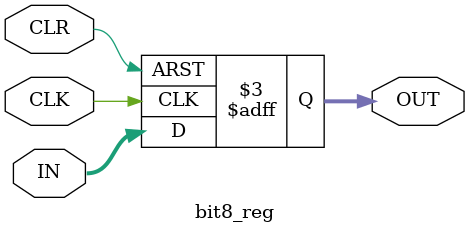
<source format=v>
`timescale 1ns / 1ps

module SR_Latch(
input S,R,
output Q, Qn
    );

    NAND nand1(.I1(~S), .I2(Qn), .O(Q));
    NAND nand2(.I1(~R), .I2(Q), .O(Qn));
 
endmodule

module D_FF (
    input CLK, D,
    output Q, Qn
    );

wire setnot, resetnot, dnot;

NOT not1 (D,dnot);
NAND nand1 (D, CLK, setnot);
NAND nand2 (dnot, CLK, resetnot);
NAND nand3 (setnot, Qn, Q);
NAND nand4 (resetnot, Q, Qn); 
endmodule


 module Master_Slave_D_FF(
    input D,CLK,
    output Q, Qn
    );
    
    wire Qm, Qmnot;
    
    D_FF master(CLK, D, Qm, Qmnot);
    D_FF slave(!CLK, Qm, Q, Qn); 
    
endmodule   

module D_FF_behav (
    input CLK, D,
    output Q, Qn
    );

wire setnot, resetnot, dnot;
reg ff;

    always@ (posedge CLK) begin
        ff <= D;
    end
    assign Q = ff;
    assign Qn = !ff; 

endmodule 


module bit8_reg(
    input [7:0] IN,
    input CLK,
    input CLR,
    output reg [7:0] OUT
    );
    
    always @(posedge CLK or posedge CLR) begin
        if (CLR==1'b1) 
            OUT = 8'b0000_0000;
        else OUT=IN;
    end
endmodule
</source>
